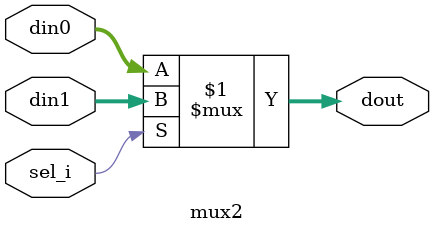
<source format=v>
`timescale 1ns / 1ps


module mux2 #(
	parameter 					WIDTH = 8
)(
	input		[WIDTH-1:0] 	din0,
	input		[WIDTH-1:0] 	din1,
	input						sel_i,
	output 		[WIDTH-1:0] 	dout
    );
	//add your code here
	assign dout = sel_i ? din1 : din0;
endmodule

</source>
